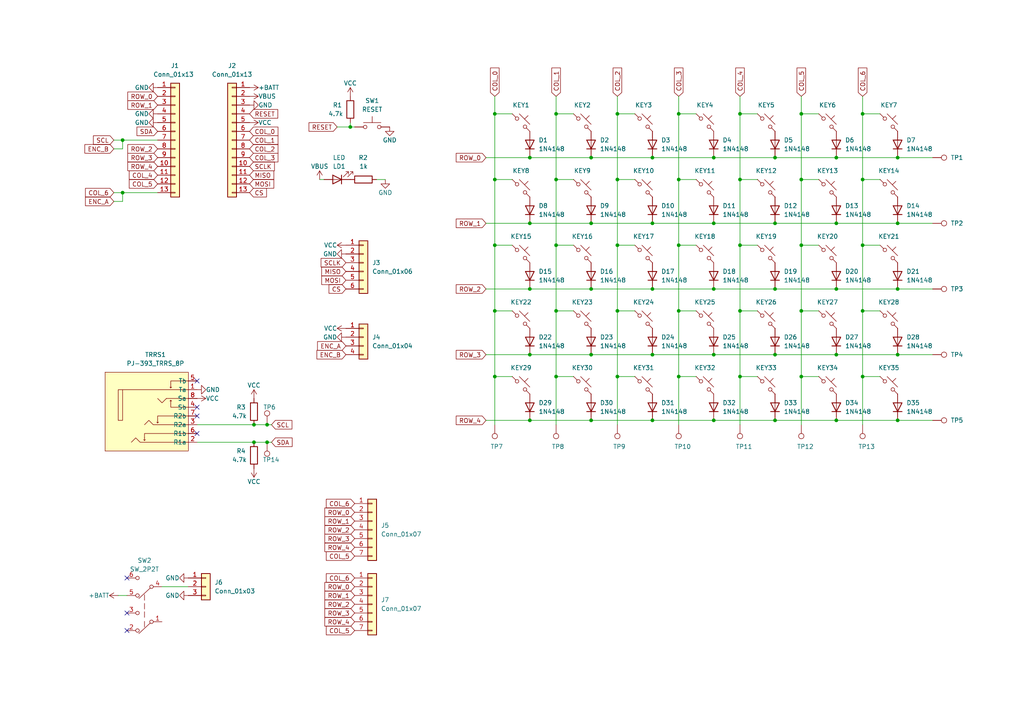
<source format=kicad_sch>
(kicad_sch (version 20211123) (generator eeschema)
  (paper "A4")
  (title_block (title "ErgoSNM Keyboard") (rev "0.1") (comment 1 "MIT License (Open source hardware)"))
  (junction (at 179.07 109.22))
  (junction (at 232.41 33.02))
  (junction (at 77.47 128.27))
  (junction (at 232.41 71.12))
  (junction (at 171.45 121.92))
  (junction (at 153.67 45.72))
  (junction (at 171.45 45.72))
  (junction (at 143.51 90.17))
  (junction (at 35.56 40.64))
  (junction (at 101.6 36.83))
  (junction (at 250.19 33.02))
  (junction (at 143.51 33.02))
  (junction (at 260.35 83.82))
  (junction (at 179.07 33.02))
  (junction (at 153.67 121.92))
  (junction (at 196.85 33.02))
  (junction (at 260.35 64.77))
  (junction (at 161.29 109.22))
  (junction (at 196.85 52.07))
  (junction (at 250.19 71.12))
  (junction (at 161.29 52.07))
  (junction (at 189.23 45.72))
  (junction (at 224.79 64.77))
  (junction (at 214.63 52.07))
  (junction (at 214.63 90.17))
  (junction (at 179.07 71.12))
  (junction (at 161.29 33.02))
  (junction (at 224.79 121.92))
  (junction (at 179.07 90.17))
  (junction (at 260.35 121.92))
  (junction (at 207.01 121.92))
  (junction (at 207.01 45.72))
  (junction (at 143.51 71.12))
  (junction (at 171.45 64.77))
  (junction (at 224.79 45.72))
  (junction (at 232.41 90.17))
  (junction (at 196.85 71.12))
  (junction (at 189.23 121.92))
  (junction (at 250.19 52.07))
  (junction (at 250.19 90.17))
  (junction (at 73.66 128.27))
  (junction (at 214.63 109.22))
  (junction (at 143.51 109.22))
  (junction (at 196.85 90.17))
  (junction (at 224.79 102.87))
  (junction (at 232.41 52.07))
  (junction (at 214.63 33.02))
  (junction (at 207.01 102.87))
  (junction (at 242.57 64.77))
  (junction (at 179.07 52.07))
  (junction (at 232.41 109.22))
  (junction (at 189.23 64.77))
  (junction (at 250.19 109.22))
  (junction (at 207.01 83.82))
  (junction (at 171.45 83.82))
  (junction (at 143.51 52.07))
  (junction (at 196.85 109.22))
  (junction (at 189.23 83.82))
  (junction (at 242.57 102.87))
  (junction (at 35.56 55.88))
  (junction (at 77.47 123.19))
  (junction (at 242.57 83.82))
  (junction (at 242.57 121.92))
  (junction (at 260.35 102.87))
  (junction (at 73.66 123.19))
  (junction (at 153.67 83.82))
  (junction (at 242.57 45.72))
  (junction (at 153.67 64.77))
  (junction (at 260.35 45.72))
  (junction (at 224.79 83.82))
  (junction (at 153.67 102.87))
  (junction (at 161.29 90.17))
  (junction (at 171.45 102.87))
  (junction (at 189.23 102.87))
  (junction (at 214.63 71.12))
  (junction (at 161.29 71.12))
  (junction (at 207.01 64.77))
  (no_connect (at 57.15 120.65))
  (no_connect (at 57.15 118.11))
  (no_connect (at 57.15 125.73))
  (no_connect (at 57.15 110.49))
  (no_connect (at 36.83 177.8))
  (no_connect (at 36.83 182.88))
  (no_connect (at 36.83 167.64))
  (wire (pts (xy 224.79 121.92) (xy 242.57 121.92)))
  (wire (pts (xy 33.02 43.18) (xy 35.56 43.18)))
  (wire (pts (xy 207.01 121.92) (xy 224.79 121.92)))
  (wire (pts (xy 143.51 71.12) (xy 143.51 90.17)))
  (wire (pts (xy 171.45 121.92) (xy 189.23 121.92)))
  (wire (pts (xy 140.97 83.82) (xy 153.67 83.82)))
  (wire (pts (xy 35.56 40.64) (xy 45.72 40.64)))
  (wire (pts (xy 171.45 83.82) (xy 189.23 83.82)))
  (wire (pts (xy 36.83 172.72) (xy 34.29 172.72)))
  (wire (pts (xy 250.19 71.12) (xy 250.19 90.17)))
  (wire (pts (xy 35.56 55.88) (xy 45.72 55.88)))
  (wire (pts (xy 250.19 71.12) (xy 255.27 71.12)))
  (wire (pts (xy 179.07 52.07) (xy 184.15 52.07)))
  (wire (pts (xy 250.19 90.17) (xy 250.19 109.22)))
  (wire (pts (xy 232.41 52.07) (xy 232.41 71.12)))
  (wire (pts (xy 189.23 45.72) (xy 207.01 45.72)))
  (wire (pts (xy 232.41 109.22) (xy 237.49 109.22)))
  (wire (pts (xy 161.29 71.12) (xy 166.37 71.12)))
  (wire (pts (xy 143.51 71.12) (xy 148.59 71.12)))
  (wire (pts (xy 250.19 109.22) (xy 255.27 109.22)))
  (wire (pts (xy 171.45 64.77) (xy 189.23 64.77)))
  (wire (pts (xy 270.51 64.77) (xy 260.35 64.77)))
  (wire (pts (xy 232.41 27.94) (xy 232.41 33.02)))
  (wire (pts (xy 232.41 33.02) (xy 237.49 33.02)))
  (wire (pts (xy 101.6 36.83) (xy 102.87 36.83)))
  (wire (pts (xy 250.19 52.07) (xy 250.19 71.12)))
  (wire (pts (xy 143.51 109.22) (xy 148.59 109.22)))
  (wire (pts (xy 153.67 83.82) (xy 171.45 83.82)))
  (wire (pts (xy 143.51 52.07) (xy 143.51 71.12)))
  (wire (pts (xy 214.63 52.07) (xy 219.71 52.07)))
  (wire (pts (xy 73.66 123.19) (xy 77.47 123.19)))
  (wire (pts (xy 140.97 64.77) (xy 153.67 64.77)))
  (wire (pts (xy 161.29 33.02) (xy 166.37 33.02)))
  (wire (pts (xy 78.74 123.19) (xy 77.47 123.19)))
  (wire (pts (xy 196.85 33.02) (xy 196.85 52.07)))
  (wire (pts (xy 196.85 109.22) (xy 201.93 109.22)))
  (wire (pts (xy 232.41 71.12) (xy 232.41 90.17)))
  (wire (pts (xy 57.15 128.27) (xy 73.66 128.27)))
  (wire (pts (xy 196.85 71.12) (xy 196.85 90.17)))
  (wire (pts (xy 224.79 45.72) (xy 242.57 45.72)))
  (wire (pts (xy 214.63 33.02) (xy 219.71 33.02)))
  (wire (pts (xy 33.02 55.88) (xy 35.56 55.88)))
  (wire (pts (xy 270.51 102.87) (xy 260.35 102.87)))
  (wire (pts (xy 207.01 64.77) (xy 224.79 64.77)))
  (wire (pts (xy 153.67 121.92) (xy 171.45 121.92)))
  (wire (pts (xy 270.51 83.82) (xy 260.35 83.82)))
  (wire (pts (xy 171.45 45.72) (xy 189.23 45.72)))
  (wire (pts (xy 140.97 121.92) (xy 153.67 121.92)))
  (wire (pts (xy 179.07 27.94) (xy 179.07 33.02)))
  (wire (pts (xy 161.29 71.12) (xy 161.29 90.17)))
  (wire (pts (xy 143.51 27.94) (xy 143.51 33.02)))
  (wire (pts (xy 196.85 71.12) (xy 201.93 71.12)))
  (wire (pts (xy 161.29 90.17) (xy 161.29 109.22)))
  (wire (pts (xy 140.97 45.72) (xy 153.67 45.72)))
  (wire (pts (xy 143.51 90.17) (xy 143.51 109.22)))
  (wire (pts (xy 78.74 128.27) (xy 77.47 128.27)))
  (wire (pts (xy 161.29 52.07) (xy 166.37 52.07)))
  (wire (pts (xy 232.41 33.02) (xy 232.41 52.07)))
  (wire (pts (xy 179.07 33.02) (xy 184.15 33.02)))
  (wire (pts (xy 232.41 52.07) (xy 237.49 52.07)))
  (wire (pts (xy 214.63 52.07) (xy 214.63 71.12)))
  (wire (pts (xy 214.63 27.94) (xy 214.63 33.02)))
  (wire (pts (xy 189.23 64.77) (xy 207.01 64.77)))
  (wire (pts (xy 250.19 109.22) (xy 250.19 123.19)))
  (wire (pts (xy 196.85 27.94) (xy 196.85 33.02)))
  (wire (pts (xy 250.19 90.17) (xy 255.27 90.17)))
  (wire (pts (xy 232.41 109.22) (xy 232.41 123.19)))
  (wire (pts (xy 143.51 33.02) (xy 143.51 52.07)))
  (wire (pts (xy 189.23 102.87) (xy 207.01 102.87)))
  (wire (pts (xy 179.07 71.12) (xy 179.07 90.17)))
  (wire (pts (xy 270.51 45.72) (xy 260.35 45.72)))
  (wire (pts (xy 161.29 90.17) (xy 166.37 90.17)))
  (wire (pts (xy 179.07 33.02) (xy 179.07 52.07)))
  (wire (pts (xy 161.29 33.02) (xy 161.29 52.07)))
  (wire (pts (xy 179.07 90.17) (xy 184.15 90.17)))
  (wire (pts (xy 196.85 33.02) (xy 201.93 33.02)))
  (wire (pts (xy 242.57 83.82) (xy 260.35 83.82)))
  (wire (pts (xy 232.41 90.17) (xy 237.49 90.17)))
  (wire (pts (xy 161.29 52.07) (xy 161.29 71.12)))
  (wire (pts (xy 161.29 27.94) (xy 161.29 33.02)))
  (wire (pts (xy 143.51 52.07) (xy 148.59 52.07)))
  (wire (pts (xy 171.45 102.87) (xy 189.23 102.87)))
  (wire (pts (xy 214.63 33.02) (xy 214.63 52.07)))
  (wire (pts (xy 153.67 45.72) (xy 171.45 45.72)))
  (wire (pts (xy 33.02 40.64) (xy 35.56 40.64)))
  (wire (pts (xy 33.02 58.42) (xy 35.56 58.42)))
  (wire (pts (xy 270.51 121.92) (xy 260.35 121.92)))
  (wire (pts (xy 242.57 64.77) (xy 260.35 64.77)))
  (wire (pts (xy 179.07 90.17) (xy 179.07 109.22)))
  (wire (pts (xy 57.15 123.19) (xy 73.66 123.19)))
  (wire (pts (xy 224.79 83.82) (xy 242.57 83.82)))
  (wire (pts (xy 140.97 102.87) (xy 153.67 102.87)))
  (wire (pts (xy 196.85 109.22) (xy 196.85 123.19)))
  (wire (pts (xy 224.79 64.77) (xy 242.57 64.77)))
  (wire (pts (xy 189.23 121.92) (xy 207.01 121.92)))
  (wire (pts (xy 250.19 33.02) (xy 250.19 52.07)))
  (wire (pts (xy 179.07 52.07) (xy 179.07 71.12)))
  (wire (pts (xy 46.99 170.18) (xy 54.61 170.18)))
  (wire (pts (xy 35.56 43.18) (xy 35.56 40.64)))
  (wire (pts (xy 250.19 33.02) (xy 255.27 33.02)))
  (wire (pts (xy 207.01 102.87) (xy 224.79 102.87)))
  (wire (pts (xy 179.07 109.22) (xy 179.07 123.19)))
  (wire (pts (xy 242.57 45.72) (xy 260.35 45.72)))
  (wire (pts (xy 232.41 90.17) (xy 232.41 109.22)))
  (wire (pts (xy 153.67 64.77) (xy 171.45 64.77)))
  (wire (pts (xy 161.29 109.22) (xy 161.29 123.19)))
  (wire (pts (xy 207.01 45.72) (xy 224.79 45.72)))
  (wire (pts (xy 242.57 121.92) (xy 260.35 121.92)))
  (wire (pts (xy 232.41 71.12) (xy 237.49 71.12)))
  (wire (pts (xy 214.63 71.12) (xy 214.63 90.17)))
  (wire (pts (xy 250.19 27.94) (xy 250.19 33.02)))
  (wire (pts (xy 92.71 52.07) (xy 93.98 52.07)))
  (wire (pts (xy 143.51 90.17) (xy 148.59 90.17)))
  (wire (pts (xy 196.85 52.07) (xy 196.85 71.12)))
  (wire (pts (xy 111.76 52.07) (xy 109.22 52.07)))
  (wire (pts (xy 179.07 71.12) (xy 184.15 71.12)))
  (wire (pts (xy 189.23 83.82) (xy 207.01 83.82)))
  (wire (pts (xy 73.66 128.27) (xy 77.47 128.27)))
  (wire (pts (xy 214.63 109.22) (xy 219.71 109.22)))
  (wire (pts (xy 224.79 102.87) (xy 242.57 102.87)))
  (wire (pts (xy 143.51 33.02) (xy 148.59 33.02)))
  (wire (pts (xy 143.51 109.22) (xy 143.51 123.19)))
  (wire (pts (xy 242.57 102.87) (xy 260.35 102.87)))
  (wire (pts (xy 214.63 90.17) (xy 214.63 109.22)))
  (wire (pts (xy 250.19 52.07) (xy 255.27 52.07)))
  (wire (pts (xy 196.85 90.17) (xy 196.85 109.22)))
  (wire (pts (xy 196.85 52.07) (xy 201.93 52.07)))
  (wire (pts (xy 214.63 71.12) (xy 219.71 71.12)))
  (wire (pts (xy 207.01 83.82) (xy 224.79 83.82)))
  (wire (pts (xy 214.63 109.22) (xy 214.63 123.19)))
  (wire (pts (xy 196.85 90.17) (xy 201.93 90.17)))
  (wire (pts (xy 214.63 90.17) (xy 219.71 90.17)))
  (wire (pts (xy 153.67 102.87) (xy 171.45 102.87)))
  (wire (pts (xy 35.56 58.42) (xy 35.56 55.88)))
  (wire (pts (xy 161.29 109.22) (xy 166.37 109.22)))
  (wire (pts (xy 97.79 36.83) (xy 101.6 36.83)))
  (wire (pts (xy 101.6 35.56) (xy 101.6 36.83)))
  (wire (pts (xy 179.07 109.22) (xy 184.15 109.22)))
  (global_label "ROW_2" (shape input) (at 140.97 83.82 180) (property "Intersheet References" "${INTERSHEET_REFS}" (effects hide)))
  (global_label "COL_6" (shape input) (at 102.87 167.64 180) (property "Intersheet References" "${INTERSHEET_REFS}" (effects hide)))
  (global_label "COL_1" (shape input) (at 72.39 40.64 0) (property "Intersheet References" "${INTERSHEET_REFS}" (effects hide)))
  (global_label "SDA" (shape input) (at 45.72 38.1 180) (property "Intersheet References" "${INTERSHEET_REFS}" (effects hide)))
  (global_label "COL_4" (shape input) (at 214.63 27.94 90) (property "Intersheet References" "${INTERSHEET_REFS}" (effects hide)))
  (global_label "ROW_0" (shape input) (at 140.97 45.72 180) (property "Intersheet References" "${INTERSHEET_REFS}" (effects hide)))
  (global_label "COL_5" (shape input) (at 232.41 27.94 90) (property "Intersheet References" "${INTERSHEET_REFS}" (effects hide)))
  (global_label "ROW_3" (shape input) (at 140.97 102.87 180) (property "Intersheet References" "${INTERSHEET_REFS}" (effects hide)))
  (global_label "ROW_3" (shape input) (at 102.87 156.21 180) (property "Intersheet References" "${INTERSHEET_REFS}" (effects hide)))
  (global_label "ROW_0" (shape input) (at 102.87 170.18 180) (property "Intersheet References" "${INTERSHEET_REFS}" (effects hide)))
  (global_label "ROW_0" (shape input) (at 45.72 27.94 180) (property "Intersheet References" "${INTERSHEET_REFS}" (effects hide)))
  (global_label "ROW_4" (shape input) (at 102.87 158.75 180) (property "Intersheet References" "${INTERSHEET_REFS}" (effects hide)))
  (global_label "COL_1" (shape input) (at 161.29 27.94 90) (property "Intersheet References" "${INTERSHEET_REFS}" (effects hide)))
  (global_label "ROW_2" (shape input) (at 102.87 175.26 180) (property "Intersheet References" "${INTERSHEET_REFS}" (effects hide)))
  (global_label "COL_5" (shape input) (at 102.87 182.88 180) (property "Intersheet References" "${INTERSHEET_REFS}" (effects hide)))
  (global_label "ROW_1" (shape input) (at 102.87 172.72 180) (property "Intersheet References" "${INTERSHEET_REFS}" (effects hide)))
  (global_label "ENC_B" (shape input) (at 100.33 102.87 180) (property "Intersheet References" "${INTERSHEET_REFS}" (effects hide)))
  (global_label "ROW_3" (shape input) (at 102.87 177.8 180) (property "Intersheet References" "${INTERSHEET_REFS}" (effects hide)))
  (global_label "SCLK" (shape input) (at 100.33 76.2 180) (property "Intersheet References" "${INTERSHEET_REFS}" (effects hide)))
  (global_label "COL_2" (shape input) (at 179.07 27.94 90) (property "Intersheet References" "${INTERSHEET_REFS}" (effects hide)))
  (global_label "ROW_4" (shape input) (at 140.97 121.92 180) (property "Intersheet References" "${INTERSHEET_REFS}" (effects hide)))
  (global_label "RESET" (shape input) (at 97.79 36.83 180) (property "Intersheet References" "${INTERSHEET_REFS}" (effects hide)))
  (global_label "COL_6" (shape input) (at 33.02 55.88 180) (property "Intersheet References" "${INTERSHEET_REFS}" (effects hide)))
  (global_label "SCL" (shape input) (at 33.02 40.64 180) (property "Intersheet References" "${INTERSHEET_REFS}" (effects hide)))
  (global_label "SCLK" (shape input) (at 72.39 48.26 0) (property "Intersheet References" "${INTERSHEET_REFS}" (effects hide)))
  (global_label "COL_6" (shape input) (at 102.87 146.05 180) (property "Intersheet References" "${INTERSHEET_REFS}" (effects hide)))
  (global_label "SDA" (shape input) (at 78.74 128.27 0) (property "Intersheet References" "${INTERSHEET_REFS}" (effects hide)))
  (global_label "MISO" (shape input) (at 100.33 78.74 180) (property "Intersheet References" "${INTERSHEET_REFS}" (effects hide)))
  (global_label "ROW_3" (shape input) (at 45.72 45.72 180) (property "Intersheet References" "${INTERSHEET_REFS}" (effects hide)))
  (global_label "RESET" (shape input) (at 72.39 33.02 0) (property "Intersheet References" "${INTERSHEET_REFS}" (effects hide)))
  (global_label "ROW_4" (shape input) (at 102.87 180.34 180) (property "Intersheet References" "${INTERSHEET_REFS}" (effects hide)))
  (global_label "COL_0" (shape input) (at 72.39 38.1 0) (property "Intersheet References" "${INTERSHEET_REFS}" (effects hide)))
  (global_label "CS" (shape input) (at 72.39 55.88 0) (property "Intersheet References" "${INTERSHEET_REFS}" (effects hide)))
  (global_label "ROW_1" (shape input) (at 140.97 64.77 180) (property "Intersheet References" "${INTERSHEET_REFS}" (effects hide)))
  (global_label "ENC_A" (shape input) (at 100.33 100.33 180) (property "Intersheet References" "${INTERSHEET_REFS}" (effects hide)))
  (global_label "COL_0" (shape input) (at 143.51 27.94 90) (property "Intersheet References" "${INTERSHEET_REFS}" (effects hide)))
  (global_label "COL_2" (shape input) (at 72.39 43.18 0) (property "Intersheet References" "${INTERSHEET_REFS}" (effects hide)))
  (global_label "MOSI" (shape input) (at 100.33 81.28 180) (property "Intersheet References" "${INTERSHEET_REFS}" (effects hide)))
  (global_label "ROW_1" (shape input) (at 102.87 151.13 180) (property "Intersheet References" "${INTERSHEET_REFS}" (effects hide)))
  (global_label "COL_3" (shape input) (at 72.39 45.72 0) (property "Intersheet References" "${INTERSHEET_REFS}" (effects hide)))
  (global_label "ROW_1" (shape input) (at 45.72 30.48 180) (property "Intersheet References" "${INTERSHEET_REFS}" (effects hide)))
  (global_label "COL_6" (shape input) (at 250.19 27.94 90) (property "Intersheet References" "${INTERSHEET_REFS}" (effects hide)))
  (global_label "ROW_4" (shape input) (at 45.72 48.26 180) (property "Intersheet References" "${INTERSHEET_REFS}" (effects hide)))
  (global_label "ROW_2" (shape input) (at 45.72 43.18 180) (property "Intersheet References" "${INTERSHEET_REFS}" (effects hide)))
  (global_label "ENC_B" (shape input) (at 33.02 43.18 180) (property "Intersheet References" "${INTERSHEET_REFS}" (effects hide)))
  (global_label "MOSI" (shape input) (at 72.39 53.34 0) (property "Intersheet References" "${INTERSHEET_REFS}" (effects hide)))
  (global_label "COL_4" (shape input) (at 45.72 50.8 180) (property "Intersheet References" "${INTERSHEET_REFS}" (effects hide)))
  (global_label "MISO" (shape input) (at 72.39 50.8 0) (property "Intersheet References" "${INTERSHEET_REFS}" (effects hide)))
  (global_label "COL_5" (shape input) (at 102.87 161.29 180) (property "Intersheet References" "${INTERSHEET_REFS}" (effects hide)))
  (global_label "ENC_A" (shape input) (at 33.02 58.42 180) (property "Intersheet References" "${INTERSHEET_REFS}" (effects hide)))
  (global_label "CS" (shape input) (at 100.33 83.82 180) (property "Intersheet References" "${INTERSHEET_REFS}" (effects hide)))
  (global_label "ROW_0" (shape input) (at 102.87 148.59 180) (property "Intersheet References" "${INTERSHEET_REFS}" (effects hide)))
  (global_label "ROW_2" (shape input) (at 102.87 153.67 180) (property "Intersheet References" "${INTERSHEET_REFS}" (effects hide)))
  (global_label "SCL" (shape input) (at 78.74 123.19 0) (property "Intersheet References" "${INTERSHEET_REFS}" (effects hide)))
  (global_label "COL_5" (shape input) (at 45.72 53.34 180) (property "Intersheet References" "${INTERSHEET_REFS}" (effects hide)))
  (global_label "COL_3" (shape input) (at 196.85 27.94 90) (property "Intersheet References" "${INTERSHEET_REFS}" (effects hide)))
  (symbol (lib_id "Connector:TestPoint") (at 270.51 102.87 270) (unit 1)
    (property "Reference" "TP4" (at 279.4 102.87 90) (effects (justify right)))
    (property "Value" "TestPoint" (effects hide))
    (property "Footprint" "TestPoint:TestPoint_Pad_D2.5mm" (effects hide))
  )
  (symbol (lib_id "power:GND") (at 45.72 25.4 270) (unit 1)
    (property "Reference" "#PWR01" (effects hide))
    (property "Value" "GND" (at 43.18 25.4 90) (effects (justify right)))
  )
  (symbol (lib_id "power:+BATT") (at 34.29 172.72 90) (unit 1)
    (property "Reference" "#PWR021" (effects hide))
    (property "Value" "+BATT" (at 31.75 172.72 90) (effects (justify left)))
  )
  (symbol (lib_id "Switch:SW_Push_45deg") (at 257.81 92.71 0) (unit 1)
    (property "Reference" "KEY28" (at 257.81 87.63 0))
    (property "Value" "SW_Push_45deg" (effects hide))
    (property "Footprint" "key-switches:MX_switch_Gateron_hotswap_double_sided_A" (effects hide))
  )
  (symbol (lib_id "Switch:SW_Push_45deg") (at 222.25 111.76 0) (unit 1)
    (property "Reference" "KEY33" (at 222.25 106.68 0))
    (property "Value" "SW_Push_45deg" (effects hide))
    (property "Footprint" "key-switches:MX_switch_Gateron_hotswap_double_sided_A" (effects hide))
  )
  (symbol (lib_id "Diode:1N4148") (at 189.23 99.06 90) (unit 1)
    (property "Reference" "D24" (at 191.77 97.7899 90) (effects (justify right)))
    (property "Value" "1N4148" (at 191.77 100.3299 90) (effects (justify right)))
    (property "Footprint" "Diode_SMD:D_0603_1608Metric" (effects hide))
    (property "Datasheet" "https://assets.nexperia.com/documents/data-sheet/1N4148_1N4448.pdf" (effects hide))
  )
  (symbol (lib_id "power:VCC") (at 100.33 71.12 90) (unit 1)
    (property "Reference" "#PWR012" (effects hide))
    (property "Value" "VCC" (at 97.79 71.12 90) (effects (justify left)))
  )
  (symbol (lib_id "Diode:1N4148") (at 224.79 118.11 90) (unit 1)
    (property "Reference" "D33" (at 227.33 116.8399 90) (effects (justify right)))
    (property "Value" "1N4148" (at 227.33 119.3799 90) (effects (justify right)))
    (property "Footprint" "Diode_SMD:D_0603_1608Metric" (effects hide))
    (property "Datasheet" "https://assets.nexperia.com/documents/data-sheet/1N4148_1N4448.pdf" (effects hide))
  )
  (symbol (lib_id "Switch:SW_Push_45deg") (at 168.91 92.71 0) (unit 1)
    (property "Reference" "KEY23" (at 168.91 87.63 0))
    (property "Value" "SW_Push_45deg" (effects hide))
    (property "Footprint" "key-switches:MX_switch_Gateron_hotswap_double_sided_A" (effects hide))
  )
  (symbol (lib_id "Diode:1N4148") (at 171.45 41.91 90) (unit 1)
    (property "Reference" "D2" (at 173.99 40.6399 90) (effects (justify right)))
    (property "Value" "1N4148" (at 173.99 43.1799 90) (effects (justify right)))
    (property "Footprint" "Diode_SMD:D_0603_1608Metric" (effects hide))
    (property "Datasheet" "https://assets.nexperia.com/documents/data-sheet/1N4148_1N4448.pdf" (effects hide))
  )
  (symbol (lib_id "power:VCC") (at 57.15 115.57 270) (unit 1)
    (property "Reference" "#PWR017" (effects hide))
    (property "Value" "VCC" (at 59.69 115.57 90) (effects (justify left)))
  )
  (symbol (lib_id "Diode:1N4148") (at 207.01 99.06 90) (unit 1)
    (property "Reference" "D25" (at 209.55 97.7899 90) (effects (justify right)))
    (property "Value" "1N4148" (at 209.55 100.3299 90) (effects (justify right)))
    (property "Footprint" "Diode_SMD:D_0603_1608Metric" (effects hide))
    (property "Datasheet" "https://assets.nexperia.com/documents/data-sheet/1N4148_1N4448.pdf" (effects hide))
  )
  (symbol (lib_id "power:VCC") (at 73.66 115.57 0) (unit 1)
    (property "Reference" "#PWR018" (effects hide))
    (property "Value" "VCC" (at 73.66 111.76 0))
  )
  (symbol (lib_id "Connector_Generic:Conn_01x13") (at 50.8 40.64 0) (unit 1)
    (property "Reference" "J1" (at 49.53 19.05 0) (effects (justify left)))
    (property "Value" "Conn_01x13" (at 44.45 21.59 0) (effects (justify left)))
    (property "Footprint" "Connector_PinSocket_2.54mm:PinSocket_1x13_P2.54mm_Vertical" (effects hide))
  )
  (symbol (lib_id "Device:R") (at 105.41 52.07 90) (unit 1)
    (property "Reference" "R2" (at 106.68 45.72 90) (effects (justify left)))
    (property "Value" "1k" (at 106.68 48.26 90) (effects (justify left)))
    (property "Footprint" "Resistor_SMD:R_0603_1608Metric" (effects hide))
  )
  (symbol (lib_id "Connector:TestPoint") (at 232.41 123.19 180) (unit 1)
    (property "Reference" "TP12" (at 231.14 129.54 0) (effects (justify right)))
    (property "Value" "TestPoint" (effects hide))
    (property "Footprint" "TestPoint:TestPoint_Pad_D2.5mm" (effects hide))
  )
  (symbol (lib_id "Diode:1N4148") (at 153.67 60.96 90) (unit 1)
    (property "Reference" "D8" (at 156.21 59.6899 90) (effects (justify right)))
    (property "Value" "1N4148" (at 156.21 62.2299 90) (effects (justify right)))
    (property "Footprint" "Diode_SMD:D_0603_1608Metric" (effects hide))
    (property "Datasheet" "https://assets.nexperia.com/documents/data-sheet/1N4148_1N4448.pdf" (effects hide))
  )
  (symbol (lib_id "Connector:TestPoint") (at 143.51 123.19 180) (unit 1)
    (property "Reference" "TP7" (at 142.24 129.54 0) (effects (justify right)))
    (property "Value" "TestPoint" (effects hide))
    (property "Footprint" "TestPoint:TestPoint_Pad_D2.5mm" (effects hide))
  )
  (symbol (lib_id "Diode:1N4148") (at 242.57 118.11 90) (unit 1)
    (property "Reference" "D34" (at 245.11 116.8399 90) (effects (justify right)))
    (property "Value" "1N4148" (at 245.11 119.3799 90) (effects (justify right)))
    (property "Footprint" "Diode_SMD:D_0603_1608Metric" (effects hide))
    (property "Datasheet" "https://assets.nexperia.com/documents/data-sheet/1N4148_1N4448.pdf" (effects hide))
  )
  (symbol (lib_id "Diode:1N4148") (at 189.23 60.96 90) (unit 1)
    (property "Reference" "D10" (at 191.77 59.6899 90) (effects (justify right)))
    (property "Value" "1N4148" (at 191.77 62.2299 90) (effects (justify right)))
    (property "Footprint" "Diode_SMD:D_0603_1608Metric" (effects hide))
    (property "Datasheet" "https://assets.nexperia.com/documents/data-sheet/1N4148_1N4448.pdf" (effects hide))
  )
  (symbol (lib_id "Diode:1N4148") (at 171.45 80.01 90) (unit 1)
    (property "Reference" "D16" (at 173.99 78.7399 90) (effects (justify right)))
    (property "Value" "1N4148" (at 173.99 81.2799 90) (effects (justify right)))
    (property "Footprint" "Diode_SMD:D_0603_1608Metric" (effects hide))
    (property "Datasheet" "https://assets.nexperia.com/documents/data-sheet/1N4148_1N4448.pdf" (effects hide))
  )
  (symbol (lib_id "Switch:SW_Push_45deg") (at 222.25 92.71 0) (unit 1)
    (property "Reference" "KEY26" (at 222.25 87.63 0))
    (property "Value" "SW_Push_45deg" (effects hide))
    (property "Footprint" "key-switches:MX_switch_Gateron_hotswap_double_sided_A" (effects hide))
  )
  (symbol (lib_id "Switch:SW_Push_45deg") (at 222.25 35.56 0) (unit 1)
    (property "Reference" "KEY5" (at 222.25 30.48 0))
    (property "Value" "SW_Push_45deg" (effects hide))
    (property "Footprint" "key-switches:MX_switch_Gateron_hotswap_double_sided_A" (effects hide))
  )
  (symbol (lib_id "Switch:SW_Push_45deg") (at 186.69 54.61 0) (unit 1)
    (property "Reference" "KEY10" (at 186.69 49.53 0))
    (property "Value" "SW_Push_45deg" (effects hide))
    (property "Footprint" "key-switches:MX_switch_Gateron_hotswap_double_sided_A" (effects hide))
  )
  (symbol (lib_id "power:GND") (at 45.72 33.02 270) (unit 1)
    (property "Reference" "#PWR06" (effects hide))
    (property "Value" "GND" (at 43.18 33.02 90) (effects (justify right)))
  )
  (symbol (lib_id "Device:R") (at 73.66 119.38 0) (unit 1)
    (property "Reference" "R3" (at 68.58 118.11 0) (effects (justify left)))
    (property "Value" "4.7k" (at 67.31 120.65 0) (effects (justify left)))
    (property "Footprint" "Resistor_SMD:R_0603_1608Metric" (effects hide))
  )
  (symbol (lib_id "Connector:TestPoint") (at 270.51 64.77 270) (unit 1)
    (property "Reference" "TP2" (at 279.4 64.77 90) (effects (justify right)))
    (property "Value" "TestPoint" (effects hide))
    (property "Footprint" "TestPoint:TestPoint_Pad_D2.5mm" (effects hide))
  )
  (symbol (lib_id "Switch:SW_Push_45deg") (at 168.91 111.76 0) (unit 1)
    (property "Reference" "KEY30" (at 168.91 106.68 0))
    (property "Value" "SW_Push_45deg" (effects hide))
    (property "Footprint" "key-switches:MX_switch_Gateron_hotswap_double_sided_A" (effects hide))
  )
  (symbol (lib_id "Device:R") (at 101.6 31.75 0) (unit 1)
    (property "Reference" "R1" (at 96.52 30.48 0) (effects (justify left)))
    (property "Value" "4.7k" (at 95.25 33.02 0) (effects (justify left)))
    (property "Footprint" "Resistor_SMD:R_0603_1608Metric" (effects hide))
  )
  (symbol (lib_id "Switch:SW_Push_45deg") (at 186.69 73.66 0) (unit 1)
    (property "Reference" "KEY17" (at 186.69 68.58 0))
    (property "Value" "SW_Push_45deg" (effects hide))
    (property "Footprint" "key-switches:MX_switch_Gateron_hotswap_double_sided_A" (effects hide))
  )
  (symbol (lib_id "power:GND") (at 54.61 167.64 270) (unit 1)
    (property "Reference" "#PWR020" (effects hide))
    (property "Value" "GND" (at 52.07 167.64 90) (effects (justify right)))
  )
  (symbol (lib_id "power:GND") (at 111.76 52.07 0) (unit 1)
    (property "Reference" "#PWR011" (effects hide))
    (property "Value" "GND" (at 111.76 55.88 0))
  )
  (symbol (lib_id "Connector_Generic:Conn_01x07") (at 107.95 175.26 0) (unit 1)
    (property "Reference" "J7" (at 110.49 173.9899 0) (effects (justify left)))
    (property "Value" "Conn_01x07" (at 110.49 176.5299 0) (effects (justify left)))
    (property "Footprint" "Connector_PinHeader_2.54mm:PinHeader_1x07_P2.54mm_Vertical" (effects hide))
  )
  (symbol (lib_id "Diode:1N4148") (at 153.67 80.01 90) (unit 1)
    (property "Reference" "D15" (at 156.21 78.7399 90) (effects (justify right)))
    (property "Value" "1N4148" (at 156.21 81.2799 90) (effects (justify right)))
    (property "Footprint" "Diode_SMD:D_0603_1608Metric" (effects hide))
    (property "Datasheet" "https://assets.nexperia.com/documents/data-sheet/1N4148_1N4448.pdf" (effects hide))
  )
  (symbol (lib_id "Switch:SW_Push_45deg") (at 151.13 92.71 0) (unit 1)
    (property "Reference" "KEY22" (at 151.13 87.63 0))
    (property "Value" "SW_Push_45deg" (effects hide))
    (property "Footprint" "key-switches:MX_switch_Gateron_hotswap_double_sided_A" (effects hide))
  )
  (symbol (lib_id "power:GND") (at 45.72 35.56 270) (unit 1)
    (property "Reference" "#PWR07" (effects hide))
    (property "Value" "GND" (at 43.18 35.56 90) (effects (justify right)))
  )
  (symbol (lib_id "Connector:TestPoint") (at 77.47 128.27 180) (unit 1)
    (property "Reference" "TP14" (at 76.2 133.35 0) (effects (justify right)))
    (property "Value" "TestPoint" (effects hide))
    (property "Footprint" "TestPoint:TestPoint_Pad_D2.5mm" (effects hide))
  )
  (symbol (lib_id "Diode:1N4148") (at 224.79 41.91 90) (unit 1)
    (property "Reference" "D5" (at 227.33 40.6399 90) (effects (justify right)))
    (property "Value" "1N4148" (at 227.33 43.1799 90) (effects (justify right)))
    (property "Footprint" "Diode_SMD:D_0603_1608Metric" (effects hide))
    (property "Datasheet" "https://assets.nexperia.com/documents/data-sheet/1N4148_1N4448.pdf" (effects hide))
  )
  (symbol (lib_id "Switch:SW_Push_45deg") (at 151.13 54.61 0) (unit 1)
    (property "Reference" "KEY8" (at 151.13 49.53 0))
    (property "Value" "SW_Push_45deg" (effects hide))
    (property "Footprint" "key-switches:MX_switch_Gateron_hotswap_double_sided_A" (effects hide))
  )
  (symbol (lib_id "Diode:1N4148") (at 242.57 41.91 90) (unit 1)
    (property "Reference" "D6" (at 245.11 40.6399 90) (effects (justify right)))
    (property "Value" "1N4148" (at 245.11 43.1799 90) (effects (justify right)))
    (property "Footprint" "Diode_SMD:D_0603_1608Metric" (effects hide))
    (property "Datasheet" "https://assets.nexperia.com/documents/data-sheet/1N4148_1N4448.pdf" (effects hide))
  )
  (symbol (lib_id "Switch:SW_Push_45deg") (at 257.81 35.56 0) (unit 1)
    (property "Reference" "KEY7" (at 257.81 30.48 0))
    (property "Value" "SW_Push_45deg" (effects hide))
    (property "Footprint" "key-switches:MX_switch_Gateron_hotswap_double_sided_A" (effects hide))
  )
  (symbol (lib_id "Switch:SW_Push_45deg") (at 240.03 54.61 0) (unit 1)
    (property "Reference" "KEY13" (at 240.03 49.53 0))
    (property "Value" "SW_Push_45deg" (effects hide))
    (property "Footprint" "key-switches:MX_switch_Gateron_hotswap_double_sided_A" (effects hide))
  )
  (symbol (lib_id "Connector:TestPoint") (at 214.63 123.19 180) (unit 1)
    (property "Reference" "TP11" (at 213.36 129.54 0) (effects (justify right)))
    (property "Value" "TestPoint" (effects hide))
    (property "Footprint" "TestPoint:TestPoint_Pad_D2.5mm" (effects hide))
  )
  (symbol (lib_id "Diode:1N4148") (at 189.23 80.01 90) (unit 1)
    (property "Reference" "D17" (at 191.77 78.7399 90) (effects (justify right)))
    (property "Value" "1N4148" (at 191.77 81.2799 90) (effects (justify right)))
    (property "Footprint" "Diode_SMD:D_0603_1608Metric" (effects hide))
    (property "Datasheet" "https://assets.nexperia.com/documents/data-sheet/1N4148_1N4448.pdf" (effects hide))
  )
  (symbol (lib_id "Switch:SW_Push_45deg") (at 168.91 35.56 0) (unit 1)
    (property "Reference" "KEY2" (at 168.91 30.48 0))
    (property "Value" "SW_Push_45deg" (effects hide))
    (property "Footprint" "key-switches:MX_switch_Gateron_hotswap_double_sided_A" (effects hide))
  )
  (symbol (lib_id "power:VCC") (at 72.39 35.56 270) (unit 1)
    (property "Reference" "#PWR08" (effects hide))
    (property "Value" "VCC" (at 74.93 35.56 90) (effects (justify left)))
  )
  (symbol (lib_id "Diode:1N4148") (at 242.57 99.06 90) (unit 1)
    (property "Reference" "D27" (at 245.11 97.7899 90) (effects (justify right)))
    (property "Value" "1N4148" (at 245.11 100.3299 90) (effects (justify right)))
    (property "Footprint" "Diode_SMD:D_0603_1608Metric" (effects hide))
    (property "Datasheet" "https://assets.nexperia.com/documents/data-sheet/1N4148_1N4448.pdf" (effects hide))
  )
  (symbol (lib_id "Switch:SW_Push_45deg") (at 204.47 111.76 0) (unit 1)
    (property "Reference" "KEY32" (at 204.47 106.68 0))
    (property "Value" "SW_Push_45deg" (effects hide))
    (property "Footprint" "key-switches:MX_switch_Gateron_hotswap_double_sided_A" (effects hide))
  )
  (symbol (lib_id "Diode:1N4148") (at 260.35 99.06 90) (unit 1)
    (property "Reference" "D28" (at 262.89 97.7899 90) (effects (justify right)))
    (property "Value" "1N4148" (at 262.89 100.3299 90) (effects (justify right)))
    (property "Footprint" "Diode_SMD:D_0603_1608Metric" (effects hide))
    (property "Datasheet" "https://assets.nexperia.com/documents/data-sheet/1N4148_1N4448.pdf" (effects hide))
  )
  (symbol (lib_id "power:GND") (at 100.33 97.79 270) (unit 1)
    (property "Reference" "#PWR015" (effects hide))
    (property "Value" "GND" (at 97.79 97.79 90) (effects (justify right)))
  )
  (symbol (lib_id "Diode:1N4148") (at 224.79 60.96 90) (unit 1)
    (property "Reference" "D12" (at 227.33 59.6899 90) (effects (justify right)))
    (property "Value" "1N4148" (at 227.33 62.2299 90) (effects (justify right)))
    (property "Footprint" "Diode_SMD:D_0603_1608Metric" (effects hide))
    (property "Datasheet" "https://assets.nexperia.com/documents/data-sheet/1N4148_1N4448.pdf" (effects hide))
  )
  (symbol (lib_id "Switch:SW_Push_45deg") (at 204.47 35.56 0) (unit 1)
    (property "Reference" "KEY4" (at 204.47 30.48 0))
    (property "Value" "SW_Push_45deg" (effects hide))
    (property "Footprint" "key-switches:MX_switch_Gateron_hotswap_double_sided_A" (effects hide))
  )
  (symbol (lib_id "Switch:SW_Push_45deg") (at 222.25 73.66 0) (unit 1)
    (property "Reference" "KEY19" (at 222.25 68.58 0))
    (property "Value" "SW_Push_45deg" (effects hide))
    (property "Footprint" "key-switches:MX_switch_Gateron_hotswap_double_sided_A" (effects hide))
  )
  (symbol (lib_id "Switch:SW_Push_45deg") (at 240.03 111.76 0) (unit 1)
    (property "Reference" "KEY34" (at 240.03 106.68 0))
    (property "Value" "SW_Push_45deg" (effects hide))
    (property "Footprint" "key-switches:MX_switch_Gateron_hotswap_double_sided_A" (effects hide))
  )
  (symbol (lib_id "Switch:SW_Push_45deg") (at 204.47 54.61 0) (unit 1)
    (property "Reference" "KEY11" (at 204.47 49.53 0))
    (property "Value" "SW_Push_45deg" (effects hide))
    (property "Footprint" "key-switches:MX_switch_Gateron_hotswap_double_sided_A" (effects hide))
  )
  (symbol (lib_id "Diode:1N4148") (at 242.57 60.96 90) (unit 1)
    (property "Reference" "D13" (at 245.11 59.6899 90) (effects (justify right)))
    (property "Value" "1N4148" (at 245.11 62.2299 90) (effects (justify right)))
    (property "Footprint" "Diode_SMD:D_0603_1608Metric" (effects hide))
    (property "Datasheet" "https://assets.nexperia.com/documents/data-sheet/1N4148_1N4448.pdf" (effects hide))
  )
  (symbol (lib_id "Connector:TestPoint") (at 270.51 121.92 270) (unit 1)
    (property "Reference" "TP5" (at 279.4 121.92 90) (effects (justify right)))
    (property "Value" "TestPoint" (effects hide))
    (property "Footprint" "TestPoint:TestPoint_Pad_D2.5mm" (effects hide))
  )
  (symbol (lib_id "Switch:SW_Push_45deg") (at 151.13 73.66 0) (unit 1)
    (property "Reference" "KEY15" (at 151.13 68.58 0))
    (property "Value" "SW_Push_45deg" (effects hide))
    (property "Footprint" "key-switches:MX_switch_Gateron_hotswap_double_sided_A" (effects hide))
  )
  (symbol (lib_id "Diode:1N4148") (at 153.67 41.91 90) (unit 1)
    (property "Reference" "D1" (at 156.21 40.6399 90) (effects (justify right)))
    (property "Value" "1N4148" (at 156.21 43.1799 90) (effects (justify right)))
    (property "Footprint" "Diode_SMD:D_0603_1608Metric" (effects hide))
    (property "Datasheet" "https://assets.nexperia.com/documents/data-sheet/1N4148_1N4448.pdf" (effects hide))
  )
  (symbol (lib_id "Diode:1N4148") (at 207.01 60.96 90) (unit 1)
    (property "Reference" "D11" (at 209.55 59.6899 90) (effects (justify right)))
    (property "Value" "1N4148" (at 209.55 62.2299 90) (effects (justify right)))
    (property "Footprint" "Diode_SMD:D_0603_1608Metric" (effects hide))
    (property "Datasheet" "https://assets.nexperia.com/documents/data-sheet/1N4148_1N4448.pdf" (effects hide))
  )
  (symbol (lib_id "Diode:1N4148") (at 224.79 80.01 90) (unit 1)
    (property "Reference" "D19" (at 227.33 78.7399 90) (effects (justify right)))
    (property "Value" "1N4148" (at 227.33 81.2799 90) (effects (justify right)))
    (property "Footprint" "Diode_SMD:D_0603_1608Metric" (effects hide))
    (property "Datasheet" "https://assets.nexperia.com/documents/data-sheet/1N4148_1N4448.pdf" (effects hide))
  )
  (symbol (lib_id "Connector_Generic:Conn_01x06") (at 105.41 76.2 0) (unit 1)
    (property "Reference" "J3" (at 107.95 76.1999 0) (effects (justify left)))
    (property "Value" "Conn_01x06" (at 107.95 78.7399 0) (effects (justify left)))
    (property "Footprint" "Connector_PinHeader_2.54mm:PinHeader_1x06_P2.54mm_Vertical" (effects hide))
  )
  (symbol (lib_id "power:GND") (at 54.61 172.72 270) (unit 1)
    (property "Reference" "#PWR022" (effects hide))
    (property "Value" "GND" (at 52.07 172.72 90) (effects (justify right)))
  )
  (symbol (lib_id "Switch:SW_Push_45deg") (at 257.81 54.61 0) (unit 1)
    (property "Reference" "KEY14" (at 257.81 49.53 0))
    (property "Value" "SW_Push_45deg" (effects hide))
    (property "Footprint" "key-switches:MX_switch_Gateron_hotswap_double_sided_A" (effects hide))
  )
  (symbol (lib_id "Connector:TestPoint") (at 270.51 45.72 270) (unit 1)
    (property "Reference" "TP1" (at 279.4 45.72 90) (effects (justify right)))
    (property "Value" "TestPoint" (effects hide))
    (property "Footprint" "TestPoint:TestPoint_Pad_D2.5mm" (effects hide))
  )
  (symbol (lib_id "Switch:SW_Push_45deg") (at 204.47 92.71 0) (unit 1)
    (property "Reference" "KEY25" (at 204.47 87.63 0))
    (property "Value" "SW_Push_45deg" (effects hide))
    (property "Footprint" "key-switches:MX_switch_Gateron_hotswap_double_sided_A" (effects hide))
  )
  (symbol (lib_id "Connector:TestPoint") (at 77.47 123.19 0) (unit 1)
    (property "Reference" "TP6" (at 80.01 118.11 0) (effects (justify right)))
    (property "Value" "TestPoint" (effects hide))
    (property "Footprint" "TestPoint:TestPoint_Pad_D2.5mm" (effects hide))
  )
  (symbol (lib_id "ErgoSNM_Keybaord_Library:SW_2P2T") (at 41.91 175.26 180) (unit 1)
    (property "Reference" "SW2" (at 41.91 162.56 0))
    (property "Value" "SW_2P2T" (at 41.91 165.1 0))
    (property "Footprint" "ErgoSNM_Keybaord:MSK-23D20-T" (effects hide))
  )
  (symbol (lib_id "power:GND") (at 57.15 113.03 90) (unit 1)
    (property "Reference" "#PWR016" (effects hide))
    (property "Value" "GND" (at 59.69 113.03 90) (effects (justify right)))
  )
  (symbol (lib_id "power:VBUS") (at 72.39 27.94 270) (unit 1)
    (property "Reference" "#PWR03" (effects hide))
    (property "Value" "VBUS" (at 74.93 27.94 90) (effects (justify left)))
  )
  (symbol (lib_id "Switch:SW_Push_45deg") (at 240.03 92.71 0) (unit 1)
    (property "Reference" "KEY27" (at 240.03 87.63 0))
    (property "Value" "SW_Push_45deg" (effects hide))
    (property "Footprint" "key-switches:MX_switch_Gateron_hotswap_double_sided_A" (effects hide))
  )
  (symbol (lib_id "Diode:1N4148") (at 207.01 80.01 90) (unit 1)
    (property "Reference" "D18" (at 209.55 78.7399 90) (effects (justify right)))
    (property "Value" "1N4148" (at 209.55 81.2799 90) (effects (justify right)))
    (property "Footprint" "Diode_SMD:D_0603_1608Metric" (effects hide))
    (property "Datasheet" "https://assets.nexperia.com/documents/data-sheet/1N4148_1N4448.pdf" (effects hide))
  )
  (symbol (lib_id "Connector:TestPoint") (at 179.07 123.19 180) (unit 1)
    (property "Reference" "TP9" (at 177.8 129.54 0) (effects (justify right)))
    (property "Value" "TestPoint" (effects hide))
    (property "Footprint" "TestPoint:TestPoint_Pad_D2.5mm" (effects hide))
  )
  (symbol (lib_id "ErgoSNM_Keybaord_Library:PJ-393_TRRS_8P") (at 46.99 119.38 0) (unit 1)
    (property "Reference" "TRRS1" (at 45.085 102.87 0))
    (property "Value" "PJ-393_TRRS_8P" (at 45.085 105.41 0))
    (property "Footprint" "ErgoSNM_Keybaord:PJ-393" (effects hide))
  )
  (symbol (lib_id "Diode:1N4148") (at 260.35 41.91 90) (unit 1)
    (property "Reference" "D7" (at 262.89 40.6399 90) (effects (justify right)))
    (property "Value" "1N4148" (at 262.89 43.1799 90) (effects (justify right)))
    (property "Footprint" "Diode_SMD:D_0603_1608Metric" (effects hide))
    (property "Datasheet" "https://assets.nexperia.com/documents/data-sheet/1N4148_1N4448.pdf" (effects hide))
  )
  (symbol (lib_id "Diode:1N4148") (at 260.35 80.01 90) (unit 1)
    (property "Reference" "D21" (at 262.89 78.7399 90) (effects (justify right)))
    (property "Value" "1N4148" (at 262.89 81.2799 90) (effects (justify right)))
    (property "Footprint" "Diode_SMD:D_0603_1608Metric" (effects hide))
    (property "Datasheet" "https://assets.nexperia.com/documents/data-sheet/1N4148_1N4448.pdf" (effects hide))
  )
  (symbol (lib_id "Diode:1N4148") (at 260.35 118.11 90) (unit 1)
    (property "Reference" "D35" (at 262.89 116.8399 90) (effects (justify right)))
    (property "Value" "1N4148" (at 262.89 119.3799 90) (effects (justify right)))
    (property "Footprint" "Diode_SMD:D_0603_1608Metric" (effects hide))
    (property "Datasheet" "https://assets.nexperia.com/documents/data-sheet/1N4148_1N4448.pdf" (effects hide))
  )
  (symbol (lib_id "Diode:1N4148") (at 171.45 99.06 90) (unit 1)
    (property "Reference" "D23" (at 173.99 97.7899 90) (effects (justify right)))
    (property "Value" "1N4148" (at 173.99 100.3299 90) (effects (justify right)))
    (property "Footprint" "Diode_SMD:D_0603_1608Metric" (effects hide))
    (property "Datasheet" "https://assets.nexperia.com/documents/data-sheet/1N4148_1N4448.pdf" (effects hide))
  )
  (symbol (lib_id "Switch:SW_Push_45deg") (at 186.69 111.76 0) (unit 1)
    (property "Reference" "KEY31" (at 186.69 106.68 0))
    (property "Value" "SW_Push_45deg" (effects hide))
    (property "Footprint" "key-switches:MX_switch_Gateron_hotswap_double_sided_A" (effects hide))
  )
  (symbol (lib_id "Diode:1N4148") (at 207.01 118.11 90) (unit 1)
    (property "Reference" "D32" (at 209.55 116.8399 90) (effects (justify right)))
    (property "Value" "1N4148" (at 209.55 119.3799 90) (effects (justify right)))
    (property "Footprint" "Diode_SMD:D_0603_1608Metric" (effects hide))
    (property "Datasheet" "https://assets.nexperia.com/documents/data-sheet/1N4148_1N4448.pdf" (effects hide))
  )
  (symbol (lib_id "Switch:SW_Push_45deg") (at 151.13 35.56 0) (unit 1)
    (property "Reference" "KEY1" (at 151.13 30.48 0))
    (property "Value" "SW_Push_45deg" (effects hide))
    (property "Footprint" "key-switches:MX_switch_Gateron_hotswap_double_sided_A" (effects hide))
  )
  (symbol (lib_id "power:+BATT") (at 72.39 25.4 270) (unit 1)
    (property "Reference" "#PWR02" (effects hide))
    (property "Value" "+BATT" (at 74.93 25.4 90) (effects (justify left)))
  )
  (symbol (lib_id "power:VBUS") (at 92.71 52.07 0) (unit 1)
    (property "Reference" "#PWR010" (effects hide))
    (property "Value" "VBUS" (at 92.71 48.26 0))
  )
  (symbol (lib_id "Diode:1N4148") (at 189.23 41.91 90) (unit 1)
    (property "Reference" "D3" (at 191.77 40.6399 90) (effects (justify right)))
    (property "Value" "1N4148" (at 191.77 43.1799 90) (effects (justify right)))
    (property "Footprint" "Diode_SMD:D_0603_1608Metric" (effects hide))
    (property "Datasheet" "https://assets.nexperia.com/documents/data-sheet/1N4148_1N4448.pdf" (effects hide))
  )
  (symbol (lib_id "Diode:1N4148") (at 224.79 99.06 90) (unit 1)
    (property "Reference" "D26" (at 227.33 97.7899 90) (effects (justify right)))
    (property "Value" "1N4148" (at 227.33 100.3299 90) (effects (justify right)))
    (property "Footprint" "Diode_SMD:D_0603_1608Metric" (effects hide))
    (property "Datasheet" "https://assets.nexperia.com/documents/data-sheet/1N4148_1N4448.pdf" (effects hide))
  )
  (symbol (lib_id "Device:R") (at 73.66 132.08 0) (unit 1)
    (property "Reference" "R4" (at 68.58 130.81 0) (effects (justify left)))
    (property "Value" "4.7k" (at 67.31 133.35 0) (effects (justify left)))
    (property "Footprint" "Resistor_SMD:R_0603_1608Metric" (effects hide))
  )
  (symbol (lib_id "Connector:TestPoint") (at 196.85 123.19 180) (unit 1)
    (property "Reference" "TP10" (at 195.58 129.54 0) (effects (justify right)))
    (property "Value" "TestPoint" (effects hide))
    (property "Footprint" "TestPoint:TestPoint_Pad_D2.5mm" (effects hide))
  )
  (symbol (lib_id "Connector:TestPoint") (at 161.29 123.19 180) (unit 1)
    (property "Reference" "TP8" (at 160.02 129.54 0) (effects (justify right)))
    (property "Value" "TestPoint" (effects hide))
    (property "Footprint" "TestPoint:TestPoint_Pad_D2.5mm" (effects hide))
  )
  (symbol (lib_id "Switch:SW_Push_45deg") (at 186.69 92.71 0) (unit 1)
    (property "Reference" "KEY24" (at 186.69 87.63 0))
    (property "Value" "SW_Push_45deg" (effects hide))
    (property "Footprint" "key-switches:MX_switch_Gateron_hotswap_double_sided_A" (effects hide))
  )
  (symbol (lib_id "Connector:TestPoint") (at 270.51 83.82 270) (unit 1)
    (property "Reference" "TP3" (at 279.4 83.82 90) (effects (justify right)))
    (property "Value" "TestPoint" (effects hide))
    (property "Footprint" "TestPoint:TestPoint_Pad_D2.5mm" (effects hide))
  )
  (symbol (lib_id "Diode:1N4148") (at 260.35 60.96 90) (unit 1)
    (property "Reference" "D14" (at 262.89 59.6899 90) (effects (justify right)))
    (property "Value" "1N4148" (at 262.89 62.2299 90) (effects (justify right)))
    (property "Footprint" "Diode_SMD:D_0603_1608Metric" (effects hide))
    (property "Datasheet" "https://assets.nexperia.com/documents/data-sheet/1N4148_1N4448.pdf" (effects hide))
  )
  (symbol (lib_id "Switch:SW_Push_45deg") (at 151.13 111.76 0) (unit 1)
    (property "Reference" "KEY29" (at 151.13 106.68 0))
    (property "Value" "SW_Push_45deg" (effects hide))
    (property "Footprint" "key-switches:MX_switch_Gateron_hotswap_double_sided_A" (effects hide))
  )
  (symbol (lib_id "Switch:SW_Push") (at 107.95 36.83 0) (unit 1)
    (property "Reference" "SW1" (at 107.95 29.21 0))
    (property "Value" "RESET" (at 107.95 31.75 0))
    (property "Footprint" "Button_Switch_SMD:SW_Push_1P1T_NO_6x6mm_H9.5mm" (effects hide))
  )
  (symbol (lib_id "power:GND") (at 113.03 36.83 0) (unit 1)
    (property "Reference" "#PWR09" (effects hide))
    (property "Value" "GND" (at 113.03 40.64 0))
  )
  (symbol (lib_id "Diode:1N4148") (at 153.67 118.11 90) (unit 1)
    (property "Reference" "D29" (at 156.21 116.8399 90) (effects (justify right)))
    (property "Value" "1N4148" (at 156.21 119.3799 90) (effects (justify right)))
    (property "Footprint" "Diode_SMD:D_0603_1608Metric" (effects hide))
    (property "Datasheet" "https://assets.nexperia.com/documents/data-sheet/1N4148_1N4448.pdf" (effects hide))
  )
  (symbol (lib_id "Switch:SW_Push_45deg") (at 257.81 73.66 0) (unit 1)
    (property "Reference" "KEY21" (at 257.81 68.58 0))
    (property "Value" "SW_Push_45deg" (effects hide))
    (property "Footprint" "key-switches:MX_switch_Gateron_hotswap_double_sided_A" (effects hide))
  )
  (symbol (lib_id "Switch:SW_Push_45deg") (at 186.69 35.56 0) (unit 1)
    (property "Reference" "KEY3" (at 186.69 30.48 0))
    (property "Value" "SW_Push_45deg" (effects hide))
    (property "Footprint" "key-switches:MX_switch_Gateron_hotswap_double_sided_A" (effects hide))
  )
  (symbol (lib_id "Connector:TestPoint") (at 250.19 123.19 180) (unit 1)
    (property "Reference" "TP13" (at 248.92 129.54 0) (effects (justify right)))
    (property "Value" "TestPoint" (effects hide))
    (property "Footprint" "TestPoint:TestPoint_Pad_D2.5mm" (effects hide))
  )
  (symbol (lib_id "Diode:1N4148") (at 171.45 60.96 90) (unit 1)
    (property "Reference" "D9" (at 173.99 59.6899 90) (effects (justify right)))
    (property "Value" "1N4148" (at 173.99 62.2299 90) (effects (justify right)))
    (property "Footprint" "Diode_SMD:D_0603_1608Metric" (effects hide))
    (property "Datasheet" "https://assets.nexperia.com/documents/data-sheet/1N4148_1N4448.pdf" (effects hide))
  )
  (symbol (lib_id "Connector_Generic:Conn_01x04") (at 105.41 97.79 0) (unit 1)
    (property "Reference" "J4" (at 107.95 97.7899 0) (effects (justify left)))
    (property "Value" "Conn_01x04" (at 107.95 100.3299 0) (effects (justify left)))
    (property "Footprint" "Connector_PinHeader_2.54mm:PinHeader_1x04_P2.54mm_Vertical" (effects hide))
  )
  (symbol (lib_id "Device:LED") (at 97.79 52.07 180) (unit 1)
    (property "Reference" "LD1" (at 96.52 48.26 0) (effects (justify right)))
    (property "Value" "LED" (at 96.52 45.72 0) (effects (justify right)))
    (property "Footprint" "LED_SMD:LED_0603_1608Metric" (effects hide))
  )
  (symbol (lib_id "Diode:1N4148") (at 171.45 118.11 90) (unit 1)
    (property "Reference" "D30" (at 173.99 116.8399 90) (effects (justify right)))
    (property "Value" "1N4148" (at 173.99 119.3799 90) (effects (justify right)))
    (property "Footprint" "Diode_SMD:D_0603_1608Metric" (effects hide))
    (property "Datasheet" "https://assets.nexperia.com/documents/data-sheet/1N4148_1N4448.pdf" (effects hide))
  )
  (symbol (lib_id "Switch:SW_Push_45deg") (at 240.03 73.66 0) (unit 1)
    (property "Reference" "KEY20" (at 240.03 68.58 0))
    (property "Value" "SW_Push_45deg" (effects hide))
    (property "Footprint" "key-switches:MX_switch_Gateron_hotswap_double_sided_A" (effects hide))
  )
  (symbol (lib_id "power:VCC") (at 101.6 27.94 0) (unit 1)
    (property "Reference" "#PWR04" (effects hide))
    (property "Value" "VCC" (at 101.6 24.13 0))
  )
  (symbol (lib_id "power:GND") (at 72.39 30.48 90) (unit 1)
    (property "Reference" "#PWR05" (effects hide))
    (property "Value" "GND" (at 74.93 30.48 90) (effects (justify right)))
  )
  (symbol (lib_id "Diode:1N4148") (at 189.23 118.11 90) (unit 1)
    (property "Reference" "D31" (at 191.77 116.8399 90) (effects (justify right)))
    (property "Value" "1N4148" (at 191.77 119.3799 90) (effects (justify right)))
    (property "Footprint" "Diode_SMD:D_0603_1608Metric" (effects hide))
    (property "Datasheet" "https://assets.nexperia.com/documents/data-sheet/1N4148_1N4448.pdf" (effects hide))
  )
  (symbol (lib_id "power:GND") (at 100.33 73.66 270) (unit 1)
    (property "Reference" "#PWR013" (effects hide))
    (property "Value" "GND" (at 97.79 73.66 90) (effects (justify right)))
  )
  (symbol (lib_id "Switch:SW_Push_45deg") (at 168.91 73.66 0) (unit 1)
    (property "Reference" "KEY16" (at 168.91 68.58 0))
    (property "Value" "SW_Push_45deg" (effects hide))
    (property "Footprint" "key-switches:MX_switch_Gateron_hotswap_double_sided_A" (effects hide))
  )
  (symbol (lib_id "Connector_Generic:Conn_01x07") (at 107.95 153.67 0) (unit 1)
    (property "Reference" "J5" (at 110.49 152.3999 0) (effects (justify left)))
    (property "Value" "Conn_01x07" (at 110.49 154.9399 0) (effects (justify left)))
    (property "Footprint" "Connector_PinHeader_2.54mm:PinHeader_1x07_P2.54mm_Vertical" (effects hide))
  )
  (symbol (lib_id "Diode:1N4148") (at 153.67 99.06 90) (unit 1)
    (property "Reference" "D22" (at 156.21 97.7899 90) (effects (justify right)))
    (property "Value" "1N4148" (at 156.21 100.3299 90) (effects (justify right)))
    (property "Footprint" "Diode_SMD:D_0603_1608Metric" (effects hide))
    (property "Datasheet" "https://assets.nexperia.com/documents/data-sheet/1N4148_1N4448.pdf" (effects hide))
  )
  (symbol (lib_id "Diode:1N4148") (at 207.01 41.91 90) (unit 1)
    (property "Reference" "D4" (at 209.55 40.6399 90) (effects (justify right)))
    (property "Value" "1N4148" (at 209.55 43.1799 90) (effects (justify right)))
    (property "Footprint" "Diode_SMD:D_0603_1608Metric" (effects hide))
    (property "Datasheet" "https://assets.nexperia.com/documents/data-sheet/1N4148_1N4448.pdf" (effects hide))
  )
  (symbol (lib_id "power:VCC") (at 100.33 95.25 90) (unit 1)
    (property "Reference" "#PWR014" (effects hide))
    (property "Value" "VCC" (at 97.79 95.25 90) (effects (justify left)))
  )
  (symbol (lib_id "Switch:SW_Push_45deg") (at 168.91 54.61 0) (unit 1)
    (property "Reference" "KEY9" (at 168.91 49.53 0))
    (property "Value" "SW_Push_45deg" (effects hide))
    (property "Footprint" "key-switches:MX_switch_Gateron_hotswap_double_sided_A" (effects hide))
  )
  (symbol (lib_id "power:VCC") (at 73.66 135.89 180) (unit 1)
    (property "Reference" "#PWR019" (effects hide))
    (property "Value" "VCC" (at 73.66 139.7 0))
  )
  (symbol (lib_id "Switch:SW_Push_45deg") (at 204.47 73.66 0) (unit 1)
    (property "Reference" "KEY18" (at 204.47 68.58 0))
    (property "Value" "SW_Push_45deg" (effects hide))
    (property "Footprint" "key-switches:MX_switch_Gateron_hotswap_double_sided_A" (effects hide))
  )
  (symbol (lib_id "Switch:SW_Push_45deg") (at 240.03 35.56 0) (unit 1)
    (property "Reference" "KEY6" (at 240.03 30.48 0))
    (property "Value" "SW_Push_45deg" (effects hide))
    (property "Footprint" "key-switches:MX_switch_Gateron_hotswap_double_sided_A" (effects hide))
  )
  (symbol (lib_id "Connector_Generic:Conn_01x13") (at 67.31 40.64 0) (mirror y) (unit 1)
    (property "Reference" "J2" (at 67.31 19.05 0))
    (property "Value" "Conn_01x13" (at 67.31 21.59 0))
    (property "Footprint" "Connector_PinSocket_2.54mm:PinSocket_1x13_P2.54mm_Vertical" (effects hide))
  )
  (symbol (lib_id "Diode:1N4148") (at 242.57 80.01 90) (unit 1)
    (property "Reference" "D20" (at 245.11 78.7399 90) (effects (justify right)))
    (property "Value" "1N4148" (at 245.11 81.2799 90) (effects (justify right)))
    (property "Footprint" "Diode_SMD:D_0603_1608Metric" (effects hide))
    (property "Datasheet" "https://assets.nexperia.com/documents/data-sheet/1N4148_1N4448.pdf" (effects hide))
  )
  (symbol (lib_id "Switch:SW_Push_45deg") (at 222.25 54.61 0) (unit 1)
    (property "Reference" "KEY12" (at 222.25 49.53 0))
    (property "Value" "SW_Push_45deg" (effects hide))
    (property "Footprint" "key-switches:MX_switch_Gateron_hotswap_double_sided_A" (effects hide))
  )
  (symbol (lib_id "Switch:SW_Push_45deg") (at 257.81 111.76 0) (unit 1)
    (property "Reference" "KEY35" (at 257.81 106.68 0))
    (property "Value" "SW_Push_45deg" (effects hide))
    (property "Footprint" "key-switches:MX_switch_Gateron_hotswap_double_sided_A" (effects hide))
  )
  (symbol (lib_id "Connector_Generic:Conn_01x03") (at 59.69 170.18 0) (unit 1)
    (property "Reference" "J6" (at 62.23 168.9099 0) (effects (justify left)))
    (property "Value" "Conn_01x03" (at 62.23 171.4499 0) (effects (justify left)))
    (property "Footprint" "Connector_JST:JST_PH_B3B-PH-K_1x03_P2.00mm_Vertical" (effects hide))
  )
)
</source>
